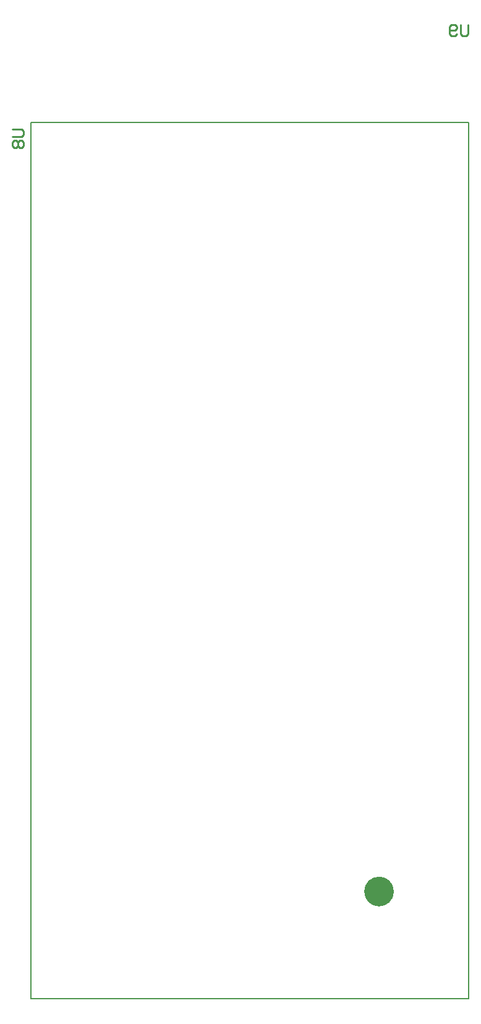
<source format=gbo>
G04*
G04 #@! TF.GenerationSoftware,Altium Limited,Altium Designer,18.1.11 (251)*
G04*
G04 Layer_Color=32896*
%FSLAX25Y25*%
%MOIN*%
G70*
G01*
G75*
%ADD11C,0.00787*%
%ADD12C,0.01000*%
%ADD59C,0.07874*%
D11*
X284110Y39134D02*
Y511575D01*
X47890D02*
X284110D01*
X47890Y39134D02*
Y511575D01*
Y39134D02*
X284110D01*
D12*
X283500Y564098D02*
Y559100D01*
X282500Y558100D01*
X280501D01*
X279501Y559100D01*
Y564098D01*
X277502Y559100D02*
X276502Y558100D01*
X274503D01*
X273503Y559100D01*
Y563098D01*
X274503Y564098D01*
X276502D01*
X277502Y563098D01*
Y562099D01*
X276502Y561099D01*
X273503D01*
X38001Y508073D02*
X43000D01*
X43999Y507073D01*
Y505074D01*
X43000Y504074D01*
X38001D01*
X39001Y502075D02*
X38001Y501075D01*
Y499076D01*
X39001Y498076D01*
X40000D01*
X41000Y499076D01*
X42000Y498076D01*
X43000D01*
X43999Y499076D01*
Y501075D01*
X43000Y502075D01*
X42000D01*
X41000Y501075D01*
X40000Y502075D01*
X39001D01*
X41000Y501075D02*
Y499076D01*
D59*
X239700Y97008D02*
G03*
X239700Y97008I-4015J0D01*
G01*
M02*

</source>
